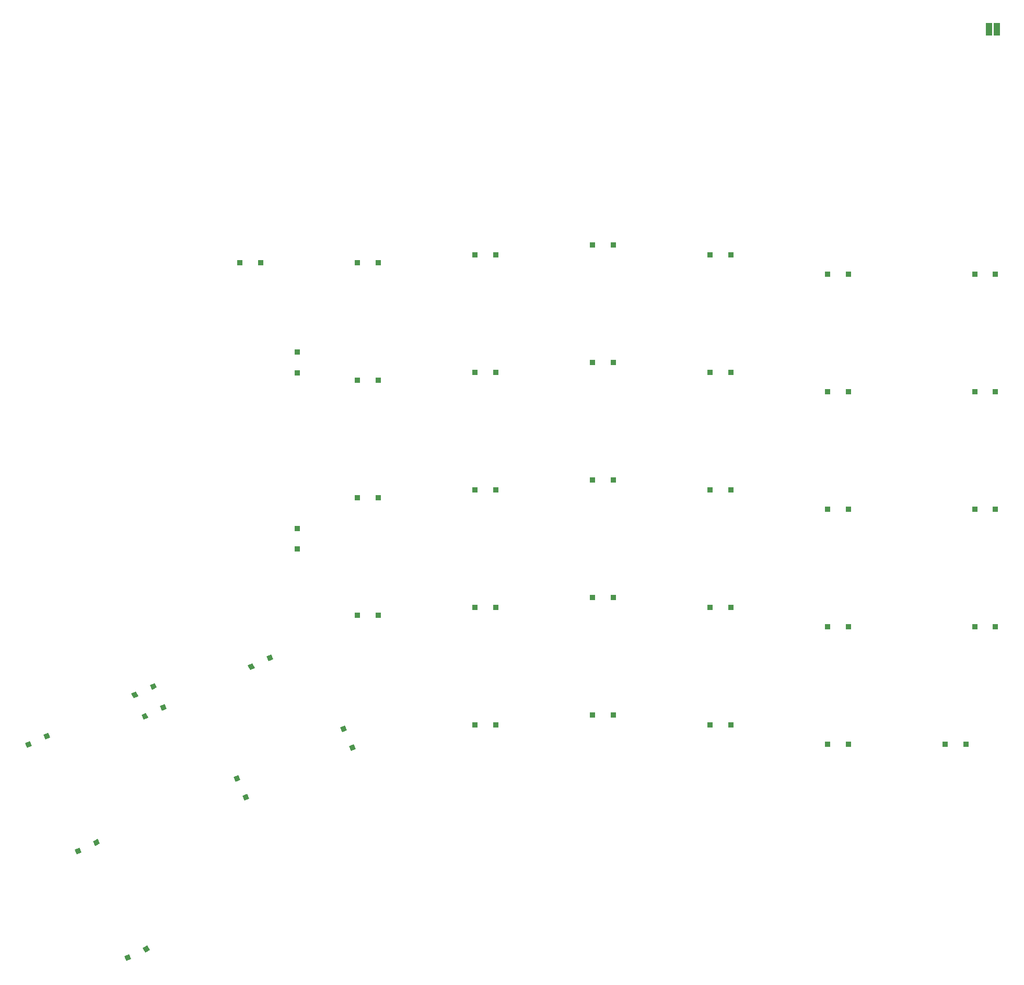
<source format=gbp>
G04 #@! TF.FileFunction,Paste,Bot*
%FSLAX46Y46*%
G04 Gerber Fmt 4.6, Leading zero omitted, Abs format (unit mm)*
G04 Created by KiCad (PCBNEW (2016-11-25 revision 30df041)-makepkg) date 12/02/16 00:31:02*
%MOMM*%
%LPD*%
G01*
G04 APERTURE LIST*
%ADD10C,0.150000*%
%ADD11C,0.838200*%
%ADD12R,1.016000X2.032000*%
%ADD13R,0.838200X0.838200*%
G04 APERTURE END LIST*
D10*
D11*
X55286576Y-146280670D03*
D10*
G36*
X55083862Y-146837623D02*
X54729623Y-146077956D01*
X55489290Y-145723717D01*
X55843529Y-146483384D01*
X55083862Y-146837623D01*
X55083862Y-146837623D01*
G37*
D11*
X58302224Y-144874450D03*
D10*
G36*
X58099510Y-145431403D02*
X57745271Y-144671736D01*
X58504938Y-144317497D01*
X58859177Y-145077164D01*
X58099510Y-145431403D01*
X58099510Y-145431403D01*
G37*
D11*
X72550956Y-138228870D03*
D10*
G36*
X72348242Y-138785823D02*
X71994003Y-138026156D01*
X72753670Y-137671917D01*
X73107909Y-138431584D01*
X72348242Y-138785823D01*
X72348242Y-138785823D01*
G37*
D11*
X75566604Y-136822650D03*
D10*
G36*
X75363890Y-137379603D02*
X75009651Y-136619936D01*
X75769318Y-136265697D01*
X76123557Y-137025364D01*
X75363890Y-137379603D01*
X75363890Y-137379603D01*
G37*
D12*
X192087500Y-34925000D03*
X193357500Y-34925000D03*
D13*
X189788800Y-93672660D03*
X193116200Y-93672660D03*
X189788800Y-131772660D03*
X193116200Y-131772660D03*
X189788800Y-74625200D03*
X193116200Y-74625200D03*
X189788800Y-112722660D03*
X193116200Y-112722660D03*
X89776300Y-72720200D03*
X93103700Y-72720200D03*
X146926300Y-90497660D03*
X150253700Y-90497660D03*
D11*
X71647655Y-159404753D03*
D10*
G36*
X72204608Y-159607467D02*
X71444941Y-159961706D01*
X71090702Y-159202039D01*
X71850369Y-158847800D01*
X72204608Y-159607467D01*
X72204608Y-159607467D01*
G37*
D11*
X70241435Y-156389105D03*
D10*
G36*
X70798388Y-156591819D02*
X70038721Y-156946058D01*
X69684482Y-156186391D01*
X70444149Y-155832152D01*
X70798388Y-156591819D01*
X70798388Y-156591819D01*
G37*
D11*
X88912035Y-151352953D03*
D10*
G36*
X89468988Y-151555667D02*
X88709321Y-151909906D01*
X88355082Y-151150239D01*
X89114749Y-150796000D01*
X89468988Y-151555667D01*
X89468988Y-151555667D01*
G37*
D11*
X87505815Y-148337305D03*
D10*
G36*
X88062768Y-148540019D02*
X87303101Y-148894258D01*
X86948862Y-148134591D01*
X87708529Y-147780352D01*
X88062768Y-148540019D01*
X88062768Y-148540019D01*
G37*
D13*
X108826300Y-147647660D03*
X112153700Y-147647660D03*
X127876300Y-146050000D03*
X131203700Y-146050000D03*
X165976300Y-150822660D03*
X169303700Y-150822660D03*
X89776300Y-129867660D03*
X93103700Y-129867660D03*
X108826300Y-128597660D03*
X112153700Y-128597660D03*
X127876300Y-127000000D03*
X131203700Y-127000000D03*
X146926300Y-128597660D03*
X150253700Y-128597660D03*
X165976300Y-131772660D03*
X169303700Y-131772660D03*
X89776300Y-110817660D03*
X93103700Y-110817660D03*
X108826300Y-109547660D03*
X112153700Y-109547660D03*
X127876300Y-107950000D03*
X131203700Y-107950000D03*
X146926300Y-109547660D03*
X150253700Y-109547660D03*
X108826300Y-90497660D03*
X112153700Y-90497660D03*
X127876300Y-88900000D03*
X131203700Y-88900000D03*
X165976300Y-93672660D03*
X169303700Y-93672660D03*
X146926300Y-147647660D03*
X150253700Y-147647660D03*
X108826300Y-71447660D03*
X112153700Y-71447660D03*
X127876300Y-69850000D03*
X131203700Y-69850000D03*
X146926300Y-71447660D03*
X150253700Y-71447660D03*
X165976300Y-74625200D03*
X169303700Y-74625200D03*
D11*
X53675847Y-142828615D03*
D10*
G36*
X53473133Y-143385568D02*
X53118894Y-142625901D01*
X53878561Y-142271662D01*
X54232800Y-143031329D01*
X53473133Y-143385568D01*
X53473133Y-143385568D01*
G37*
D11*
X56691495Y-141422395D03*
D10*
G36*
X56488781Y-141979348D02*
X56134542Y-141219681D01*
X56894209Y-140865442D01*
X57248448Y-141625109D01*
X56488781Y-141979348D01*
X56488781Y-141979348D01*
G37*
D11*
X36411467Y-150877875D03*
D10*
G36*
X36208753Y-151434828D02*
X35854514Y-150675161D01*
X36614181Y-150320922D01*
X36968420Y-151080589D01*
X36208753Y-151434828D01*
X36208753Y-151434828D01*
G37*
D11*
X39427115Y-149471655D03*
D10*
G36*
X39224401Y-150028608D02*
X38870162Y-149268941D01*
X39629829Y-148914702D01*
X39984068Y-149674369D01*
X39224401Y-150028608D01*
X39224401Y-150028608D01*
G37*
D11*
X52512527Y-185409175D03*
D10*
G36*
X52309813Y-185966128D02*
X51955574Y-185206461D01*
X52715241Y-184852222D01*
X53069480Y-185611889D01*
X52309813Y-185966128D01*
X52309813Y-185966128D01*
G37*
D11*
X55528175Y-184002955D03*
D10*
G36*
X55325461Y-184559908D02*
X54971222Y-183800241D01*
X55730889Y-183446002D01*
X56085128Y-184205669D01*
X55325461Y-184559908D01*
X55325461Y-184559908D01*
G37*
D11*
X44460727Y-168142255D03*
D10*
G36*
X44258013Y-168699208D02*
X43903774Y-167939541D01*
X44663441Y-167585302D01*
X45017680Y-168344969D01*
X44258013Y-168699208D01*
X44258013Y-168699208D01*
G37*
D11*
X47476375Y-166736035D03*
D10*
G36*
X47273661Y-167292988D02*
X46919422Y-166533321D01*
X47679089Y-166179082D01*
X48033328Y-166938749D01*
X47273661Y-167292988D01*
X47273661Y-167292988D01*
G37*
D13*
X89776300Y-91767660D03*
X93103700Y-91767660D03*
X185026300Y-150822660D03*
X188353700Y-150822660D03*
X80010000Y-119148860D03*
X80010000Y-115821460D03*
X80010000Y-90573860D03*
X80010000Y-87246460D03*
X70726300Y-72720200D03*
X74053700Y-72720200D03*
X165976300Y-112722660D03*
X169303700Y-112722660D03*
M02*

</source>
